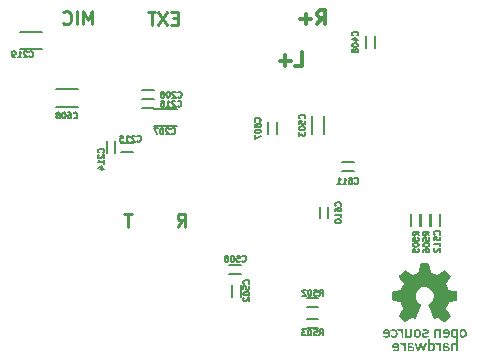
<source format=gbo>
G04 (created by PCBNEW (2013-may-18)-stable) date Tue 15 Oct 2013 04:41:00 PM EDT*
%MOIN*%
G04 Gerber Fmt 3.4, Leading zero omitted, Abs format*
%FSLAX34Y34*%
G01*
G70*
G90*
G04 APERTURE LIST*
%ADD10C,0.00590551*%
%ADD11C,0.011811*%
%ADD12C,0.0108268*%
%ADD13C,0.0001*%
%ADD14C,0.005*%
G04 APERTURE END LIST*
G54D10*
G54D11*
X59146Y-36547D02*
X59371Y-36547D01*
X59371Y-36074D01*
X58988Y-36367D02*
X58628Y-36367D01*
X58808Y-36547D02*
X58808Y-36187D01*
X59874Y-35161D02*
X60031Y-34936D01*
X60144Y-35161D02*
X60144Y-34688D01*
X59964Y-34688D01*
X59919Y-34711D01*
X59896Y-34733D01*
X59874Y-34778D01*
X59874Y-34846D01*
X59896Y-34891D01*
X59919Y-34913D01*
X59964Y-34936D01*
X60144Y-34936D01*
X59671Y-34981D02*
X59311Y-34981D01*
X59491Y-35161D02*
X59491Y-34801D01*
G54D12*
X55225Y-41899D02*
X55370Y-41693D01*
X55473Y-41899D02*
X55473Y-41466D01*
X55308Y-41466D01*
X55267Y-41486D01*
X55246Y-41507D01*
X55225Y-41548D01*
X55225Y-41610D01*
X55246Y-41651D01*
X55267Y-41672D01*
X55308Y-41693D01*
X55473Y-41693D01*
X53683Y-41470D02*
X53436Y-41470D01*
X53559Y-41903D02*
X53559Y-41470D01*
X55220Y-34954D02*
X55075Y-34954D01*
X55013Y-35181D02*
X55220Y-35181D01*
X55220Y-34748D01*
X55013Y-34748D01*
X54869Y-34748D02*
X54580Y-35181D01*
X54580Y-34748D02*
X54869Y-35181D01*
X54477Y-34748D02*
X54230Y-34748D01*
X54353Y-35181D02*
X54353Y-34748D01*
X52362Y-35149D02*
X52362Y-34716D01*
X52217Y-35025D01*
X52073Y-34716D01*
X52073Y-35149D01*
X51867Y-35149D02*
X51867Y-34716D01*
X51413Y-35108D02*
X51433Y-35128D01*
X51495Y-35149D01*
X51537Y-35149D01*
X51598Y-35128D01*
X51640Y-35087D01*
X51660Y-35046D01*
X51681Y-34963D01*
X51681Y-34901D01*
X51660Y-34819D01*
X51640Y-34778D01*
X51598Y-34736D01*
X51537Y-34716D01*
X51495Y-34716D01*
X51433Y-34736D01*
X51413Y-34757D01*
G54D10*
X54449Y-38545D02*
X55197Y-38545D01*
X54449Y-37974D02*
X55197Y-37974D01*
X51165Y-37895D02*
X51913Y-37895D01*
X51165Y-37324D02*
X51913Y-37324D01*
X50714Y-35414D02*
X49966Y-35414D01*
X50714Y-35985D02*
X49966Y-35985D01*
X60106Y-38219D02*
X60106Y-38810D01*
X59693Y-38219D02*
X59693Y-38810D01*
X61792Y-35548D02*
X61792Y-35941D01*
X61497Y-35548D02*
X61497Y-35941D01*
X53147Y-39043D02*
X53147Y-39436D01*
X52852Y-39043D02*
X52852Y-39436D01*
X59952Y-41621D02*
X59952Y-41228D01*
X60247Y-41621D02*
X60247Y-41228D01*
X58542Y-38423D02*
X58542Y-38816D01*
X58247Y-38423D02*
X58247Y-38816D01*
X57022Y-44231D02*
X57022Y-43838D01*
X57317Y-44231D02*
X57317Y-43838D01*
X59911Y-44577D02*
X59518Y-44577D01*
X59911Y-44282D02*
X59518Y-44282D01*
X59916Y-45282D02*
X59523Y-45282D01*
X59916Y-44987D02*
X59523Y-44987D01*
X57321Y-43477D02*
X56928Y-43477D01*
X57321Y-43182D02*
X56928Y-43182D01*
X54441Y-37952D02*
X54048Y-37952D01*
X54441Y-37657D02*
X54048Y-37657D01*
X54441Y-37647D02*
X54048Y-37647D01*
X54441Y-37352D02*
X54048Y-37352D01*
X53726Y-39417D02*
X53333Y-39417D01*
X53726Y-39122D02*
X53333Y-39122D01*
X60693Y-39752D02*
X61086Y-39752D01*
X60693Y-40047D02*
X61086Y-40047D01*
G54D13*
G36*
X64333Y-45452D02*
X64333Y-45495D01*
X64336Y-45527D01*
X64342Y-45549D01*
X64353Y-45566D01*
X64369Y-45580D01*
X64381Y-45588D01*
X64390Y-45591D01*
X64390Y-45448D01*
X64394Y-45415D01*
X64404Y-45388D01*
X64416Y-45373D01*
X64438Y-45363D01*
X64463Y-45365D01*
X64486Y-45376D01*
X64488Y-45378D01*
X64495Y-45392D01*
X64500Y-45416D01*
X64502Y-45445D01*
X64502Y-45474D01*
X64500Y-45499D01*
X64497Y-45509D01*
X64482Y-45530D01*
X64460Y-45541D01*
X64435Y-45540D01*
X64416Y-45531D01*
X64401Y-45510D01*
X64392Y-45481D01*
X64390Y-45448D01*
X64390Y-45591D01*
X64414Y-45600D01*
X64449Y-45598D01*
X64476Y-45588D01*
X64503Y-45574D01*
X64503Y-45684D01*
X64503Y-45794D01*
X64484Y-45779D01*
X64459Y-45767D01*
X64428Y-45763D01*
X64397Y-45768D01*
X64379Y-45775D01*
X64363Y-45786D01*
X64352Y-45798D01*
X64344Y-45815D01*
X64339Y-45837D01*
X64336Y-45868D01*
X64335Y-45910D01*
X64335Y-45942D01*
X64335Y-46057D01*
X64360Y-46057D01*
X64385Y-46057D01*
X64387Y-45958D01*
X64388Y-45918D01*
X64390Y-45890D01*
X64392Y-45871D01*
X64396Y-45858D01*
X64401Y-45849D01*
X64408Y-45841D01*
X64431Y-45825D01*
X64456Y-45823D01*
X64480Y-45835D01*
X64485Y-45840D01*
X64493Y-45848D01*
X64498Y-45857D01*
X64501Y-45868D01*
X64502Y-45886D01*
X64503Y-45914D01*
X64503Y-45952D01*
X64503Y-45957D01*
X64503Y-46057D01*
X64533Y-46057D01*
X64562Y-46057D01*
X64562Y-45683D01*
X64562Y-45309D01*
X64533Y-45309D01*
X64512Y-45311D01*
X64503Y-45317D01*
X64503Y-45319D01*
X64501Y-45324D01*
X64491Y-45322D01*
X64476Y-45315D01*
X64439Y-45303D01*
X64405Y-45305D01*
X64381Y-45316D01*
X64361Y-45329D01*
X64348Y-45344D01*
X64339Y-45363D01*
X64335Y-45389D01*
X64333Y-45426D01*
X64333Y-45452D01*
X64333Y-45452D01*
X64333Y-45452D01*
G37*
G36*
X64056Y-46057D02*
X64085Y-46057D01*
X64105Y-46055D01*
X64114Y-46050D01*
X64115Y-46045D01*
X64115Y-45957D01*
X64115Y-45932D01*
X64157Y-45932D01*
X64192Y-45935D01*
X64217Y-45945D01*
X64230Y-45960D01*
X64232Y-45969D01*
X64225Y-45985D01*
X64208Y-45998D01*
X64183Y-46005D01*
X64173Y-46005D01*
X64151Y-46002D01*
X64131Y-45994D01*
X64131Y-45994D01*
X64118Y-45978D01*
X64115Y-45957D01*
X64115Y-46045D01*
X64116Y-46037D01*
X64121Y-46039D01*
X64128Y-46045D01*
X64146Y-46053D01*
X64173Y-46057D01*
X64203Y-46056D01*
X64232Y-46051D01*
X64251Y-46043D01*
X64274Y-46021D01*
X64287Y-45992D01*
X64289Y-45961D01*
X64279Y-45931D01*
X64261Y-45908D01*
X64249Y-45898D01*
X64237Y-45892D01*
X64221Y-45889D01*
X64196Y-45888D01*
X64177Y-45888D01*
X64115Y-45888D01*
X64115Y-45863D01*
X64117Y-45844D01*
X64123Y-45831D01*
X64124Y-45831D01*
X64148Y-45820D01*
X64177Y-45818D01*
X64206Y-45825D01*
X64225Y-45832D01*
X64237Y-45832D01*
X64251Y-45824D01*
X64255Y-45821D01*
X64269Y-45810D01*
X64271Y-45801D01*
X64268Y-45795D01*
X64246Y-45779D01*
X64215Y-45768D01*
X64178Y-45763D01*
X64141Y-45765D01*
X64108Y-45773D01*
X64103Y-45775D01*
X64086Y-45784D01*
X64074Y-45796D01*
X64066Y-45811D01*
X64061Y-45833D01*
X64058Y-45864D01*
X64056Y-45906D01*
X64056Y-45943D01*
X64056Y-46057D01*
X64056Y-46057D01*
X64056Y-46057D01*
G37*
G36*
X63801Y-45789D02*
X63810Y-45804D01*
X63818Y-45814D01*
X63832Y-45828D01*
X63843Y-45832D01*
X63851Y-45829D01*
X63877Y-45822D01*
X63901Y-45830D01*
X63913Y-45840D01*
X63921Y-45848D01*
X63926Y-45857D01*
X63929Y-45868D01*
X63930Y-45886D01*
X63931Y-45914D01*
X63931Y-45952D01*
X63931Y-45957D01*
X63931Y-46057D01*
X63961Y-46057D01*
X63990Y-46057D01*
X63990Y-45910D01*
X63990Y-45763D01*
X63961Y-45763D01*
X63942Y-45765D01*
X63933Y-45769D01*
X63931Y-45779D01*
X63931Y-45794D01*
X63912Y-45779D01*
X63889Y-45768D01*
X63860Y-45763D01*
X63831Y-45765D01*
X63814Y-45771D01*
X63802Y-45779D01*
X63801Y-45789D01*
X63801Y-45789D01*
X63801Y-45789D01*
G37*
G36*
X63565Y-46057D02*
X63594Y-46057D01*
X63614Y-46055D01*
X63623Y-46049D01*
X63623Y-46048D01*
X63623Y-45932D01*
X63623Y-45899D01*
X63628Y-45868D01*
X63636Y-45845D01*
X63639Y-45841D01*
X63659Y-45825D01*
X63683Y-45822D01*
X63707Y-45831D01*
X63719Y-45842D01*
X63727Y-45855D01*
X63732Y-45868D01*
X63733Y-45888D01*
X63732Y-45917D01*
X63732Y-45920D01*
X63729Y-45955D01*
X63722Y-45978D01*
X63711Y-45991D01*
X63692Y-45997D01*
X63674Y-45998D01*
X63651Y-45995D01*
X63636Y-45983D01*
X63635Y-45982D01*
X63627Y-45961D01*
X63623Y-45932D01*
X63623Y-46048D01*
X63623Y-46045D01*
X63625Y-46038D01*
X63631Y-46040D01*
X63640Y-46045D01*
X63660Y-46053D01*
X63688Y-46056D01*
X63718Y-46055D01*
X63743Y-46048D01*
X63748Y-46046D01*
X63766Y-46033D01*
X63779Y-46016D01*
X63787Y-45992D01*
X63791Y-45958D01*
X63791Y-45914D01*
X63791Y-45900D01*
X63788Y-45814D01*
X63761Y-45789D01*
X63741Y-45773D01*
X63723Y-45765D01*
X63699Y-45763D01*
X63698Y-45763D01*
X63673Y-45766D01*
X63654Y-45771D01*
X63649Y-45774D01*
X63636Y-45783D01*
X63629Y-45785D01*
X63627Y-45778D01*
X63625Y-45760D01*
X63623Y-45734D01*
X63623Y-45716D01*
X63623Y-45646D01*
X63594Y-45646D01*
X63565Y-45646D01*
X63565Y-45851D01*
X63565Y-46057D01*
X63565Y-46057D01*
X63565Y-46057D01*
G37*
G36*
X63119Y-45769D02*
X63119Y-45773D01*
X63122Y-45782D01*
X63129Y-45803D01*
X63139Y-45834D01*
X63151Y-45872D01*
X63164Y-45914D01*
X63166Y-45919D01*
X63209Y-46057D01*
X63236Y-46057D01*
X63246Y-46057D01*
X63255Y-46055D01*
X63261Y-46050D01*
X63268Y-46039D01*
X63275Y-46021D01*
X63283Y-45994D01*
X63294Y-45955D01*
X63301Y-45932D01*
X63309Y-45905D01*
X63316Y-45884D01*
X63321Y-45872D01*
X63322Y-45871D01*
X63326Y-45876D01*
X63333Y-45892D01*
X63342Y-45918D01*
X63352Y-45950D01*
X63356Y-45961D01*
X63384Y-46057D01*
X63412Y-46057D01*
X63430Y-46056D01*
X63440Y-46055D01*
X63440Y-46054D01*
X63442Y-46047D01*
X63448Y-46027D01*
X63457Y-45998D01*
X63469Y-45962D01*
X63482Y-45920D01*
X63484Y-45914D01*
X63498Y-45871D01*
X63509Y-45833D01*
X63519Y-45802D01*
X63525Y-45780D01*
X63528Y-45770D01*
X63528Y-45769D01*
X63522Y-45766D01*
X63505Y-45764D01*
X63497Y-45765D01*
X63467Y-45767D01*
X63439Y-45866D01*
X63429Y-45901D01*
X63420Y-45928D01*
X63413Y-45947D01*
X63409Y-45955D01*
X63408Y-45954D01*
X63404Y-45943D01*
X63397Y-45921D01*
X63387Y-45892D01*
X63376Y-45857D01*
X63376Y-45855D01*
X63364Y-45819D01*
X63356Y-45794D01*
X63349Y-45778D01*
X63342Y-45770D01*
X63335Y-45766D01*
X63325Y-45765D01*
X63325Y-45765D01*
X63302Y-45763D01*
X63271Y-45862D01*
X63258Y-45899D01*
X63248Y-45928D01*
X63240Y-45947D01*
X63235Y-45953D01*
X63234Y-45952D01*
X63230Y-45942D01*
X63224Y-45921D01*
X63215Y-45891D01*
X63206Y-45856D01*
X63205Y-45853D01*
X63181Y-45763D01*
X63148Y-45763D01*
X63127Y-45765D01*
X63119Y-45769D01*
X63119Y-45769D01*
X63119Y-45769D01*
G37*
G36*
X62883Y-46057D02*
X62912Y-46057D01*
X62930Y-46055D01*
X62941Y-46051D01*
X62941Y-46049D01*
X62941Y-45961D01*
X62941Y-45932D01*
X62980Y-45932D01*
X63016Y-45936D01*
X63042Y-45945D01*
X63056Y-45960D01*
X63057Y-45966D01*
X63053Y-45982D01*
X63038Y-45995D01*
X63016Y-46003D01*
X62991Y-46006D01*
X62966Y-46002D01*
X62956Y-45998D01*
X62945Y-45987D01*
X62941Y-45967D01*
X62941Y-45961D01*
X62941Y-46049D01*
X62946Y-46045D01*
X62956Y-46049D01*
X62976Y-46055D01*
X63004Y-46057D01*
X63035Y-46055D01*
X63062Y-46050D01*
X63075Y-46044D01*
X63096Y-46024D01*
X63108Y-45995D01*
X63110Y-45968D01*
X63106Y-45936D01*
X63094Y-45914D01*
X63072Y-45899D01*
X63039Y-45890D01*
X62997Y-45888D01*
X62941Y-45888D01*
X62941Y-45863D01*
X62944Y-45842D01*
X62956Y-45828D01*
X62978Y-45820D01*
X62983Y-45819D01*
X63015Y-45819D01*
X63032Y-45826D01*
X63050Y-45833D01*
X63061Y-45833D01*
X63074Y-45826D01*
X63077Y-45824D01*
X63091Y-45810D01*
X63091Y-45797D01*
X63077Y-45784D01*
X63066Y-45777D01*
X63038Y-45768D01*
X63002Y-45764D01*
X62965Y-45765D01*
X62933Y-45773D01*
X62931Y-45774D01*
X62914Y-45782D01*
X62902Y-45791D01*
X62893Y-45804D01*
X62888Y-45822D01*
X62884Y-45849D01*
X62883Y-45886D01*
X62883Y-45935D01*
X62883Y-45937D01*
X62883Y-46057D01*
X62883Y-46057D01*
X62883Y-46057D01*
G37*
G36*
X62620Y-45782D02*
X62622Y-45789D01*
X62632Y-45802D01*
X62637Y-45809D01*
X62651Y-45825D01*
X62661Y-45831D01*
X62674Y-45828D01*
X62678Y-45827D01*
X62705Y-45823D01*
X62730Y-45831D01*
X62748Y-45850D01*
X62749Y-45851D01*
X62753Y-45869D01*
X62756Y-45900D01*
X62758Y-45943D01*
X62758Y-45963D01*
X62758Y-46057D01*
X62787Y-46057D01*
X62817Y-46057D01*
X62817Y-45910D01*
X62817Y-45763D01*
X62787Y-45763D01*
X62768Y-45765D01*
X62760Y-45770D01*
X62758Y-45778D01*
X62757Y-45787D01*
X62753Y-45788D01*
X62741Y-45782D01*
X62734Y-45778D01*
X62704Y-45767D01*
X62671Y-45764D01*
X62639Y-45771D01*
X62620Y-45782D01*
X62620Y-45782D01*
X62620Y-45782D01*
G37*
G36*
X62375Y-45932D02*
X62439Y-45932D01*
X62439Y-45869D01*
X62447Y-45851D01*
X62459Y-45835D01*
X62473Y-45823D01*
X62475Y-45822D01*
X62502Y-45819D01*
X62528Y-45829D01*
X62547Y-45850D01*
X62548Y-45850D01*
X62555Y-45867D01*
X62557Y-45879D01*
X62556Y-45881D01*
X62547Y-45884D01*
X62528Y-45887D01*
X62503Y-45888D01*
X62477Y-45888D01*
X62455Y-45886D01*
X62441Y-45883D01*
X62439Y-45881D01*
X62439Y-45869D01*
X62439Y-45932D01*
X62468Y-45932D01*
X62562Y-45932D01*
X62557Y-45952D01*
X62543Y-45980D01*
X62521Y-45998D01*
X62493Y-46004D01*
X62461Y-45997D01*
X62451Y-45993D01*
X62423Y-45979D01*
X62403Y-45995D01*
X62390Y-46007D01*
X62384Y-46015D01*
X62384Y-46016D01*
X62389Y-46022D01*
X62403Y-46033D01*
X62411Y-46038D01*
X62443Y-46052D01*
X62480Y-46058D01*
X62518Y-46056D01*
X62551Y-46046D01*
X62560Y-46040D01*
X62586Y-46018D01*
X62603Y-45991D01*
X62612Y-45957D01*
X62615Y-45914D01*
X62610Y-45861D01*
X62597Y-45820D01*
X62574Y-45789D01*
X62542Y-45771D01*
X62502Y-45763D01*
X62498Y-45763D01*
X62456Y-45770D01*
X62422Y-45788D01*
X62397Y-45817D01*
X62382Y-45856D01*
X62378Y-45884D01*
X62375Y-45932D01*
X62375Y-45932D01*
X62375Y-45932D01*
G37*
G36*
X64617Y-45452D02*
X64617Y-45487D01*
X64619Y-45512D01*
X64622Y-45529D01*
X64628Y-45541D01*
X64632Y-45548D01*
X64663Y-45579D01*
X64672Y-45583D01*
X64672Y-45452D01*
X64673Y-45424D01*
X64676Y-45407D01*
X64683Y-45394D01*
X64694Y-45381D01*
X64711Y-45366D01*
X64725Y-45362D01*
X64740Y-45363D01*
X64765Y-45371D01*
X64781Y-45385D01*
X64790Y-45408D01*
X64793Y-45441D01*
X64793Y-45451D01*
X64791Y-45486D01*
X64786Y-45510D01*
X64775Y-45526D01*
X64757Y-45536D01*
X64732Y-45542D01*
X64712Y-45537D01*
X64694Y-45522D01*
X64682Y-45509D01*
X64675Y-45496D01*
X64673Y-45477D01*
X64672Y-45452D01*
X64672Y-45583D01*
X64699Y-45597D01*
X64738Y-45601D01*
X64779Y-45591D01*
X64789Y-45586D01*
X64819Y-45566D01*
X64839Y-45540D01*
X64851Y-45506D01*
X64855Y-45461D01*
X64855Y-45452D01*
X64852Y-45405D01*
X64842Y-45369D01*
X64823Y-45342D01*
X64796Y-45321D01*
X64789Y-45317D01*
X64749Y-45304D01*
X64709Y-45304D01*
X64672Y-45319D01*
X64639Y-45346D01*
X64632Y-45356D01*
X64625Y-45367D01*
X64621Y-45381D01*
X64618Y-45400D01*
X64617Y-45429D01*
X64617Y-45452D01*
X64617Y-45452D01*
X64617Y-45452D01*
G37*
G36*
X64047Y-45477D02*
X64115Y-45477D01*
X64115Y-45410D01*
X64120Y-45393D01*
X64131Y-45377D01*
X64153Y-45363D01*
X64178Y-45360D01*
X64201Y-45369D01*
X64220Y-45386D01*
X64229Y-45406D01*
X64234Y-45426D01*
X64174Y-45426D01*
X64145Y-45426D01*
X64127Y-45424D01*
X64118Y-45421D01*
X64115Y-45416D01*
X64115Y-45410D01*
X64115Y-45477D01*
X64139Y-45477D01*
X64179Y-45478D01*
X64206Y-45479D01*
X64223Y-45481D01*
X64230Y-45487D01*
X64230Y-45495D01*
X64225Y-45507D01*
X64223Y-45509D01*
X64204Y-45532D01*
X64178Y-45543D01*
X64145Y-45541D01*
X64119Y-45531D01*
X64101Y-45524D01*
X64091Y-45523D01*
X64079Y-45531D01*
X64074Y-45536D01*
X64063Y-45550D01*
X64064Y-45562D01*
X64077Y-45574D01*
X64103Y-45588D01*
X64104Y-45588D01*
X64147Y-45600D01*
X64191Y-45598D01*
X64225Y-45586D01*
X64255Y-45563D01*
X64276Y-45529D01*
X64289Y-45488D01*
X64292Y-45441D01*
X64284Y-45391D01*
X64283Y-45386D01*
X64266Y-45351D01*
X64239Y-45324D01*
X64206Y-45308D01*
X64167Y-45303D01*
X64127Y-45311D01*
X64125Y-45312D01*
X64092Y-45331D01*
X64069Y-45360D01*
X64055Y-45400D01*
X64051Y-45430D01*
X64047Y-45477D01*
X64047Y-45477D01*
X64047Y-45477D01*
G37*
G36*
X63362Y-45509D02*
X63367Y-45539D01*
X63383Y-45564D01*
X63409Y-45584D01*
X63442Y-45597D01*
X63481Y-45601D01*
X63524Y-45596D01*
X63535Y-45593D01*
X63565Y-45581D01*
X63599Y-45560D01*
X63608Y-45553D01*
X63606Y-45547D01*
X63596Y-45534D01*
X63591Y-45529D01*
X63570Y-45508D01*
X63550Y-45522D01*
X63525Y-45536D01*
X63495Y-45542D01*
X63467Y-45542D01*
X63442Y-45536D01*
X63426Y-45523D01*
X63425Y-45521D01*
X63423Y-45505D01*
X63433Y-45491D01*
X63453Y-45481D01*
X63480Y-45477D01*
X63509Y-45475D01*
X63537Y-45468D01*
X63542Y-45466D01*
X63569Y-45448D01*
X63586Y-45422D01*
X63592Y-45392D01*
X63586Y-45360D01*
X63572Y-45335D01*
X63548Y-45317D01*
X63516Y-45306D01*
X63478Y-45303D01*
X63438Y-45308D01*
X63400Y-45321D01*
X63396Y-45323D01*
X63367Y-45338D01*
X63383Y-45360D01*
X63397Y-45376D01*
X63409Y-45381D01*
X63426Y-45375D01*
X63433Y-45371D01*
X63457Y-45362D01*
X63484Y-45360D01*
X63508Y-45365D01*
X63523Y-45374D01*
X63532Y-45390D01*
X63527Y-45406D01*
X63515Y-45414D01*
X63501Y-45417D01*
X63478Y-45420D01*
X63458Y-45423D01*
X63421Y-45429D01*
X63396Y-45441D01*
X63378Y-45458D01*
X63369Y-45476D01*
X63362Y-45509D01*
X63362Y-45509D01*
X63362Y-45509D01*
G37*
G36*
X63088Y-45452D02*
X63093Y-45502D01*
X63108Y-45543D01*
X63132Y-45575D01*
X63141Y-45583D01*
X63150Y-45587D01*
X63150Y-45452D01*
X63151Y-45422D01*
X63154Y-45403D01*
X63159Y-45390D01*
X63167Y-45381D01*
X63190Y-45367D01*
X63216Y-45365D01*
X63242Y-45373D01*
X63251Y-45380D01*
X63261Y-45399D01*
X63268Y-45426D01*
X63271Y-45457D01*
X63269Y-45486D01*
X63262Y-45507D01*
X63244Y-45529D01*
X63219Y-45539D01*
X63192Y-45537D01*
X63167Y-45523D01*
X63165Y-45521D01*
X63157Y-45510D01*
X63153Y-45496D01*
X63151Y-45473D01*
X63150Y-45452D01*
X63150Y-45587D01*
X63165Y-45594D01*
X63197Y-45599D01*
X63231Y-45599D01*
X63259Y-45593D01*
X63261Y-45592D01*
X63292Y-45570D01*
X63314Y-45538D01*
X63326Y-45495D01*
X63329Y-45443D01*
X63328Y-45433D01*
X63320Y-45385D01*
X63304Y-45348D01*
X63279Y-45323D01*
X63245Y-45309D01*
X63209Y-45305D01*
X63166Y-45311D01*
X63133Y-45328D01*
X63109Y-45356D01*
X63094Y-45396D01*
X63088Y-45447D01*
X63088Y-45452D01*
X63088Y-45452D01*
X63088Y-45452D01*
G37*
G36*
X62809Y-45595D02*
X62839Y-45595D01*
X62859Y-45593D01*
X62868Y-45587D01*
X62868Y-45584D01*
X62870Y-45578D01*
X62879Y-45580D01*
X62892Y-45587D01*
X62926Y-45600D01*
X62962Y-45598D01*
X62983Y-45591D01*
X63002Y-45581D01*
X63016Y-45568D01*
X63026Y-45551D01*
X63032Y-45526D01*
X63035Y-45491D01*
X63037Y-45445D01*
X63037Y-45421D01*
X63037Y-45309D01*
X63007Y-45309D01*
X62978Y-45309D01*
X62978Y-45407D01*
X62977Y-45454D01*
X62975Y-45489D01*
X62970Y-45513D01*
X62961Y-45528D01*
X62949Y-45536D01*
X62931Y-45539D01*
X62923Y-45539D01*
X62903Y-45537D01*
X62889Y-45531D01*
X62879Y-45519D01*
X62873Y-45499D01*
X62869Y-45468D01*
X62868Y-45425D01*
X62868Y-45407D01*
X62868Y-45309D01*
X62839Y-45309D01*
X62809Y-45309D01*
X62809Y-45452D01*
X62809Y-45595D01*
X62809Y-45595D01*
X62809Y-45595D01*
G37*
G36*
X62314Y-45352D02*
X62335Y-45372D01*
X62349Y-45385D01*
X62359Y-45388D01*
X62368Y-45384D01*
X62401Y-45367D01*
X62432Y-45364D01*
X62458Y-45373D01*
X62478Y-45395D01*
X62490Y-45427D01*
X62492Y-45439D01*
X62491Y-45476D01*
X62480Y-45505D01*
X62462Y-45527D01*
X62439Y-45540D01*
X62412Y-45542D01*
X62386Y-45531D01*
X62375Y-45524D01*
X62359Y-45518D01*
X62340Y-45525D01*
X62326Y-45539D01*
X62321Y-45553D01*
X62328Y-45567D01*
X62345Y-45580D01*
X62369Y-45590D01*
X62397Y-45597D01*
X62428Y-45600D01*
X62457Y-45597D01*
X62468Y-45595D01*
X62499Y-45578D01*
X62524Y-45551D01*
X62542Y-45517D01*
X62551Y-45477D01*
X62552Y-45437D01*
X62545Y-45397D01*
X62529Y-45360D01*
X62503Y-45330D01*
X62502Y-45329D01*
X62470Y-45311D01*
X62432Y-45303D01*
X62392Y-45306D01*
X62355Y-45320D01*
X62335Y-45334D01*
X62314Y-45352D01*
X62314Y-45352D01*
X62314Y-45352D01*
G37*
G36*
X62060Y-45477D02*
X62120Y-45477D01*
X62120Y-45418D01*
X62124Y-45403D01*
X62135Y-45384D01*
X62147Y-45369D01*
X62153Y-45365D01*
X62183Y-45360D01*
X62210Y-45369D01*
X62231Y-45389D01*
X62241Y-45410D01*
X62243Y-45417D01*
X62240Y-45422D01*
X62231Y-45425D01*
X62213Y-45426D01*
X62183Y-45426D01*
X62150Y-45425D01*
X62129Y-45423D01*
X62120Y-45419D01*
X62120Y-45418D01*
X62120Y-45477D01*
X62153Y-45477D01*
X62191Y-45477D01*
X62217Y-45478D01*
X62233Y-45479D01*
X62240Y-45482D01*
X62243Y-45486D01*
X62241Y-45493D01*
X62241Y-45494D01*
X62228Y-45517D01*
X62207Y-45534D01*
X62182Y-45543D01*
X62178Y-45543D01*
X62155Y-45540D01*
X62132Y-45532D01*
X62130Y-45531D01*
X62113Y-45524D01*
X62102Y-45524D01*
X62091Y-45533D01*
X62087Y-45536D01*
X62076Y-45550D01*
X62077Y-45562D01*
X62090Y-45575D01*
X62116Y-45588D01*
X62116Y-45588D01*
X62160Y-45600D01*
X62203Y-45598D01*
X62236Y-45586D01*
X62265Y-45567D01*
X62284Y-45541D01*
X62295Y-45505D01*
X62299Y-45459D01*
X62300Y-45452D01*
X62296Y-45402D01*
X62284Y-45365D01*
X62263Y-45336D01*
X62234Y-45316D01*
X62198Y-45304D01*
X62165Y-45304D01*
X62130Y-45315D01*
X62099Y-45335D01*
X62078Y-45363D01*
X62066Y-45399D01*
X62063Y-45428D01*
X62060Y-45477D01*
X62060Y-45477D01*
X62060Y-45477D01*
G37*
G36*
X63770Y-45595D02*
X63799Y-45595D01*
X63829Y-45595D01*
X63829Y-45497D01*
X63829Y-45450D01*
X63832Y-45417D01*
X63836Y-45394D01*
X63844Y-45378D01*
X63856Y-45369D01*
X63873Y-45364D01*
X63877Y-45363D01*
X63897Y-45363D01*
X63915Y-45372D01*
X63921Y-45377D01*
X63942Y-45395D01*
X63945Y-45495D01*
X63948Y-45595D01*
X63976Y-45595D01*
X64005Y-45595D01*
X64005Y-45452D01*
X64005Y-45309D01*
X63975Y-45309D01*
X63955Y-45311D01*
X63947Y-45316D01*
X63946Y-45320D01*
X63945Y-45328D01*
X63940Y-45329D01*
X63927Y-45323D01*
X63915Y-45316D01*
X63882Y-45304D01*
X63848Y-45304D01*
X63816Y-45316D01*
X63790Y-45339D01*
X63785Y-45347D01*
X63779Y-45358D01*
X63775Y-45370D01*
X63772Y-45387D01*
X63771Y-45411D01*
X63770Y-45444D01*
X63770Y-45483D01*
X63770Y-45595D01*
X63770Y-45595D01*
X63770Y-45595D01*
G37*
G36*
X62545Y-45324D02*
X62564Y-45349D01*
X62577Y-45366D01*
X62585Y-45373D01*
X62593Y-45373D01*
X62606Y-45367D01*
X62607Y-45366D01*
X62631Y-45363D01*
X62655Y-45371D01*
X62673Y-45388D01*
X62676Y-45394D01*
X62680Y-45409D01*
X62683Y-45435D01*
X62684Y-45470D01*
X62685Y-45503D01*
X62685Y-45595D01*
X62714Y-45595D01*
X62743Y-45595D01*
X62743Y-45452D01*
X62743Y-45309D01*
X62714Y-45309D01*
X62694Y-45311D01*
X62685Y-45316D01*
X62685Y-45320D01*
X62683Y-45325D01*
X62674Y-45324D01*
X62657Y-45316D01*
X62622Y-45303D01*
X62588Y-45304D01*
X62567Y-45313D01*
X62545Y-45324D01*
X62545Y-45324D01*
X62545Y-45324D01*
G37*
G36*
X62369Y-44212D02*
X62370Y-44262D01*
X62371Y-44304D01*
X62372Y-44335D01*
X62375Y-44353D01*
X62377Y-44359D01*
X62385Y-44361D01*
X62405Y-44366D01*
X62433Y-44372D01*
X62468Y-44379D01*
X62507Y-44386D01*
X62545Y-44394D01*
X62582Y-44401D01*
X62614Y-44407D01*
X62638Y-44412D01*
X62651Y-44414D01*
X62653Y-44414D01*
X62656Y-44420D01*
X62663Y-44438D01*
X62674Y-44465D01*
X62688Y-44499D01*
X62699Y-44527D01*
X62744Y-44640D01*
X62670Y-44748D01*
X62646Y-44783D01*
X62624Y-44815D01*
X62607Y-44841D01*
X62596Y-44859D01*
X62591Y-44867D01*
X62595Y-44876D01*
X62610Y-44895D01*
X62635Y-44924D01*
X62671Y-44961D01*
X62689Y-44979D01*
X62721Y-45011D01*
X62749Y-45038D01*
X62772Y-45060D01*
X62788Y-45075D01*
X62796Y-45081D01*
X62797Y-45081D01*
X62804Y-45077D01*
X62822Y-45066D01*
X62848Y-45050D01*
X62879Y-45028D01*
X62914Y-45005D01*
X63025Y-44929D01*
X63082Y-44957D01*
X63139Y-44986D01*
X63147Y-44970D01*
X63153Y-44957D01*
X63164Y-44934D01*
X63178Y-44901D01*
X63194Y-44862D01*
X63213Y-44817D01*
X63232Y-44769D01*
X63253Y-44720D01*
X63272Y-44672D01*
X63291Y-44627D01*
X63307Y-44586D01*
X63321Y-44551D01*
X63331Y-44525D01*
X63336Y-44510D01*
X63337Y-44506D01*
X63332Y-44498D01*
X63317Y-44485D01*
X63296Y-44469D01*
X63293Y-44467D01*
X63240Y-44421D01*
X63200Y-44371D01*
X63174Y-44315D01*
X63160Y-44251D01*
X63158Y-44216D01*
X63161Y-44160D01*
X63173Y-44112D01*
X63194Y-44067D01*
X63216Y-44034D01*
X63257Y-43989D01*
X63308Y-43953D01*
X63364Y-43927D01*
X63423Y-43913D01*
X63482Y-43912D01*
X63503Y-43915D01*
X63565Y-43933D01*
X63623Y-43964D01*
X63672Y-44005D01*
X63674Y-44007D01*
X63715Y-44060D01*
X63743Y-44117D01*
X63757Y-44177D01*
X63759Y-44237D01*
X63748Y-44297D01*
X63724Y-44354D01*
X63687Y-44407D01*
X63638Y-44454D01*
X63627Y-44463D01*
X63604Y-44480D01*
X63588Y-44496D01*
X63580Y-44507D01*
X63579Y-44509D01*
X63582Y-44518D01*
X63590Y-44539D01*
X63601Y-44569D01*
X63617Y-44607D01*
X63634Y-44651D01*
X63653Y-44698D01*
X63674Y-44748D01*
X63694Y-44797D01*
X63713Y-44843D01*
X63731Y-44886D01*
X63747Y-44923D01*
X63760Y-44952D01*
X63768Y-44970D01*
X63772Y-44977D01*
X63779Y-44980D01*
X63791Y-44977D01*
X63812Y-44968D01*
X63833Y-44957D01*
X63887Y-44927D01*
X64000Y-45004D01*
X64036Y-45029D01*
X64069Y-45050D01*
X64094Y-45066D01*
X64112Y-45077D01*
X64120Y-45081D01*
X64120Y-45081D01*
X64127Y-45076D01*
X64142Y-45063D01*
X64164Y-45041D01*
X64192Y-45015D01*
X64223Y-44984D01*
X64227Y-44981D01*
X64258Y-44949D01*
X64285Y-44921D01*
X64307Y-44898D01*
X64321Y-44882D01*
X64327Y-44874D01*
X64327Y-44874D01*
X64324Y-44866D01*
X64312Y-44848D01*
X64296Y-44823D01*
X64274Y-44791D01*
X64250Y-44755D01*
X64249Y-44754D01*
X64171Y-44640D01*
X64214Y-44532D01*
X64228Y-44495D01*
X64242Y-44463D01*
X64252Y-44438D01*
X64259Y-44423D01*
X64261Y-44419D01*
X64269Y-44417D01*
X64289Y-44412D01*
X64317Y-44406D01*
X64352Y-44398D01*
X64390Y-44390D01*
X64429Y-44383D01*
X64465Y-44375D01*
X64498Y-44369D01*
X64522Y-44365D01*
X64537Y-44363D01*
X64538Y-44363D01*
X64539Y-44356D01*
X64539Y-44336D01*
X64540Y-44306D01*
X64540Y-44269D01*
X64540Y-44225D01*
X64540Y-44212D01*
X64540Y-44162D01*
X64540Y-44124D01*
X64539Y-44097D01*
X64538Y-44079D01*
X64536Y-44068D01*
X64533Y-44063D01*
X64528Y-44060D01*
X64524Y-44059D01*
X64511Y-44056D01*
X64487Y-44051D01*
X64454Y-44045D01*
X64415Y-44038D01*
X64382Y-44032D01*
X64342Y-44025D01*
X64306Y-44018D01*
X64279Y-44012D01*
X64261Y-44009D01*
X64256Y-44007D01*
X64252Y-44000D01*
X64244Y-43982D01*
X64232Y-43956D01*
X64219Y-43925D01*
X64205Y-43892D01*
X64191Y-43860D01*
X64180Y-43832D01*
X64171Y-43810D01*
X64166Y-43798D01*
X64166Y-43796D01*
X64170Y-43789D01*
X64181Y-43771D01*
X64198Y-43745D01*
X64220Y-43713D01*
X64244Y-43677D01*
X64247Y-43673D01*
X64272Y-43637D01*
X64294Y-43605D01*
X64311Y-43578D01*
X64323Y-43560D01*
X64327Y-43551D01*
X64327Y-43551D01*
X64322Y-43544D01*
X64309Y-43528D01*
X64288Y-43507D01*
X64263Y-43481D01*
X64235Y-43453D01*
X64206Y-43424D01*
X64179Y-43397D01*
X64154Y-43374D01*
X64134Y-43356D01*
X64122Y-43345D01*
X64118Y-43343D01*
X64110Y-43347D01*
X64092Y-43358D01*
X64066Y-43375D01*
X64034Y-43397D01*
X63997Y-43422D01*
X63994Y-43424D01*
X63957Y-43449D01*
X63924Y-43471D01*
X63897Y-43488D01*
X63878Y-43500D01*
X63868Y-43505D01*
X63868Y-43505D01*
X63857Y-43502D01*
X63835Y-43494D01*
X63807Y-43483D01*
X63775Y-43470D01*
X63742Y-43457D01*
X63712Y-43443D01*
X63688Y-43432D01*
X63673Y-43424D01*
X63670Y-43422D01*
X63666Y-43413D01*
X63661Y-43393D01*
X63654Y-43363D01*
X63646Y-43327D01*
X63638Y-43288D01*
X63629Y-43248D01*
X63622Y-43209D01*
X63615Y-43175D01*
X63611Y-43149D01*
X63609Y-43132D01*
X63609Y-43130D01*
X63602Y-43128D01*
X63582Y-43126D01*
X63552Y-43125D01*
X63513Y-43124D01*
X63467Y-43123D01*
X63459Y-43123D01*
X63409Y-43123D01*
X63371Y-43124D01*
X63345Y-43124D01*
X63326Y-43126D01*
X63316Y-43128D01*
X63310Y-43131D01*
X63307Y-43135D01*
X63306Y-43140D01*
X63303Y-43152D01*
X63299Y-43176D01*
X63292Y-43209D01*
X63285Y-43249D01*
X63278Y-43285D01*
X63270Y-43327D01*
X63262Y-43364D01*
X63256Y-43394D01*
X63250Y-43414D01*
X63247Y-43422D01*
X63237Y-43428D01*
X63217Y-43437D01*
X63189Y-43450D01*
X63158Y-43463D01*
X63125Y-43477D01*
X63095Y-43489D01*
X63069Y-43498D01*
X63052Y-43504D01*
X63048Y-43505D01*
X63039Y-43501D01*
X63021Y-43490D01*
X62994Y-43473D01*
X62962Y-43451D01*
X62925Y-43427D01*
X62921Y-43424D01*
X62884Y-43399D01*
X62851Y-43377D01*
X62825Y-43360D01*
X62806Y-43348D01*
X62797Y-43343D01*
X62797Y-43343D01*
X62790Y-43348D01*
X62775Y-43362D01*
X62752Y-43383D01*
X62725Y-43410D01*
X62693Y-43441D01*
X62688Y-43446D01*
X62653Y-43481D01*
X62628Y-43508D01*
X62610Y-43527D01*
X62599Y-43540D01*
X62593Y-43550D01*
X62592Y-43557D01*
X62594Y-43563D01*
X62597Y-43567D01*
X62604Y-43579D01*
X62619Y-43601D01*
X62638Y-43630D01*
X62661Y-43664D01*
X62680Y-43691D01*
X62752Y-43796D01*
X62710Y-43894D01*
X62695Y-43930D01*
X62681Y-43961D01*
X62670Y-43985D01*
X62663Y-43999D01*
X62662Y-44001D01*
X62652Y-44005D01*
X62631Y-44011D01*
X62601Y-44018D01*
X62563Y-44026D01*
X62529Y-44032D01*
X62486Y-44040D01*
X62448Y-44048D01*
X62417Y-44055D01*
X62395Y-44060D01*
X62386Y-44062D01*
X62380Y-44065D01*
X62376Y-44069D01*
X62373Y-44077D01*
X62371Y-44090D01*
X62370Y-44111D01*
X62369Y-44141D01*
X62369Y-44183D01*
X62369Y-44212D01*
X62369Y-44212D01*
X62369Y-44212D01*
G37*
G54D10*
X63008Y-41864D02*
X63008Y-41471D01*
X63303Y-41864D02*
X63303Y-41471D01*
X63643Y-41471D02*
X63643Y-41864D01*
X63348Y-41471D02*
X63348Y-41864D01*
X63973Y-41471D02*
X63973Y-41864D01*
X63678Y-41471D02*
X63678Y-41864D01*
G54D14*
X55015Y-38797D02*
X55025Y-38807D01*
X55053Y-38816D01*
X55072Y-38816D01*
X55101Y-38807D01*
X55120Y-38788D01*
X55130Y-38769D01*
X55139Y-38731D01*
X55139Y-38702D01*
X55130Y-38664D01*
X55120Y-38645D01*
X55101Y-38626D01*
X55072Y-38616D01*
X55053Y-38616D01*
X55025Y-38626D01*
X55015Y-38636D01*
X54939Y-38636D02*
X54930Y-38626D01*
X54911Y-38616D01*
X54863Y-38616D01*
X54844Y-38626D01*
X54834Y-38636D01*
X54825Y-38655D01*
X54825Y-38674D01*
X54834Y-38702D01*
X54949Y-38816D01*
X54825Y-38816D01*
X54701Y-38616D02*
X54682Y-38616D01*
X54663Y-38626D01*
X54653Y-38636D01*
X54644Y-38655D01*
X54634Y-38693D01*
X54634Y-38740D01*
X54644Y-38778D01*
X54653Y-38797D01*
X54663Y-38807D01*
X54682Y-38816D01*
X54701Y-38816D01*
X54720Y-38807D01*
X54730Y-38797D01*
X54739Y-38778D01*
X54749Y-38740D01*
X54749Y-38693D01*
X54739Y-38655D01*
X54730Y-38636D01*
X54720Y-38626D01*
X54701Y-38616D01*
X54568Y-38616D02*
X54434Y-38616D01*
X54520Y-38816D01*
X51753Y-38272D02*
X51763Y-38281D01*
X51791Y-38291D01*
X51810Y-38291D01*
X51839Y-38281D01*
X51858Y-38262D01*
X51868Y-38243D01*
X51877Y-38205D01*
X51877Y-38177D01*
X51868Y-38138D01*
X51858Y-38119D01*
X51839Y-38100D01*
X51810Y-38091D01*
X51791Y-38091D01*
X51763Y-38100D01*
X51753Y-38110D01*
X51582Y-38091D02*
X51620Y-38091D01*
X51639Y-38100D01*
X51649Y-38110D01*
X51668Y-38138D01*
X51677Y-38177D01*
X51677Y-38253D01*
X51668Y-38272D01*
X51658Y-38281D01*
X51639Y-38291D01*
X51601Y-38291D01*
X51582Y-38281D01*
X51572Y-38272D01*
X51563Y-38253D01*
X51563Y-38205D01*
X51572Y-38186D01*
X51582Y-38177D01*
X51601Y-38167D01*
X51639Y-38167D01*
X51658Y-38177D01*
X51668Y-38186D01*
X51677Y-38205D01*
X51439Y-38091D02*
X51420Y-38091D01*
X51401Y-38100D01*
X51391Y-38110D01*
X51382Y-38129D01*
X51372Y-38167D01*
X51372Y-38215D01*
X51382Y-38253D01*
X51391Y-38272D01*
X51401Y-38281D01*
X51420Y-38291D01*
X51439Y-38291D01*
X51458Y-38281D01*
X51468Y-38272D01*
X51477Y-38253D01*
X51487Y-38215D01*
X51487Y-38167D01*
X51477Y-38129D01*
X51468Y-38110D01*
X51458Y-38100D01*
X51439Y-38091D01*
X51258Y-38177D02*
X51277Y-38167D01*
X51287Y-38158D01*
X51296Y-38138D01*
X51296Y-38129D01*
X51287Y-38110D01*
X51277Y-38100D01*
X51258Y-38091D01*
X51220Y-38091D01*
X51201Y-38100D01*
X51191Y-38110D01*
X51182Y-38129D01*
X51182Y-38138D01*
X51191Y-38158D01*
X51201Y-38167D01*
X51220Y-38177D01*
X51258Y-38177D01*
X51277Y-38186D01*
X51287Y-38196D01*
X51296Y-38215D01*
X51296Y-38253D01*
X51287Y-38272D01*
X51277Y-38281D01*
X51258Y-38291D01*
X51220Y-38291D01*
X51201Y-38281D01*
X51191Y-38272D01*
X51182Y-38253D01*
X51182Y-38215D01*
X51191Y-38196D01*
X51201Y-38186D01*
X51220Y-38177D01*
X50275Y-36225D02*
X50285Y-36235D01*
X50313Y-36244D01*
X50332Y-36244D01*
X50361Y-36235D01*
X50380Y-36216D01*
X50390Y-36197D01*
X50399Y-36159D01*
X50399Y-36130D01*
X50390Y-36092D01*
X50380Y-36073D01*
X50361Y-36054D01*
X50332Y-36044D01*
X50313Y-36044D01*
X50285Y-36054D01*
X50275Y-36064D01*
X50199Y-36064D02*
X50190Y-36054D01*
X50171Y-36044D01*
X50123Y-36044D01*
X50104Y-36054D01*
X50094Y-36064D01*
X50085Y-36083D01*
X50085Y-36102D01*
X50094Y-36130D01*
X50209Y-36244D01*
X50085Y-36244D01*
X49894Y-36244D02*
X50009Y-36244D01*
X49952Y-36244D02*
X49952Y-36044D01*
X49971Y-36073D01*
X49990Y-36092D01*
X50009Y-36102D01*
X49799Y-36244D02*
X49761Y-36244D01*
X49742Y-36235D01*
X49732Y-36225D01*
X49713Y-36197D01*
X49704Y-36159D01*
X49704Y-36083D01*
X49713Y-36064D01*
X49723Y-36054D01*
X49742Y-36044D01*
X49780Y-36044D01*
X49799Y-36054D01*
X49809Y-36064D01*
X49818Y-36083D01*
X49818Y-36130D01*
X49809Y-36149D01*
X49799Y-36159D01*
X49780Y-36168D01*
X49742Y-36168D01*
X49723Y-36159D01*
X49713Y-36149D01*
X49704Y-36130D01*
X59450Y-38291D02*
X59459Y-38281D01*
X59469Y-38253D01*
X59469Y-38234D01*
X59459Y-38205D01*
X59440Y-38186D01*
X59421Y-38176D01*
X59383Y-38167D01*
X59354Y-38167D01*
X59316Y-38176D01*
X59297Y-38186D01*
X59278Y-38205D01*
X59269Y-38234D01*
X59269Y-38253D01*
X59278Y-38281D01*
X59288Y-38291D01*
X59269Y-38472D02*
X59269Y-38376D01*
X59364Y-38367D01*
X59354Y-38376D01*
X59345Y-38395D01*
X59345Y-38443D01*
X59354Y-38462D01*
X59364Y-38472D01*
X59383Y-38481D01*
X59431Y-38481D01*
X59450Y-38472D01*
X59459Y-38462D01*
X59469Y-38443D01*
X59469Y-38395D01*
X59459Y-38376D01*
X59450Y-38367D01*
X59269Y-38605D02*
X59269Y-38624D01*
X59278Y-38643D01*
X59288Y-38653D01*
X59307Y-38662D01*
X59345Y-38672D01*
X59392Y-38672D01*
X59431Y-38662D01*
X59450Y-38653D01*
X59459Y-38643D01*
X59469Y-38624D01*
X59469Y-38605D01*
X59459Y-38586D01*
X59450Y-38576D01*
X59431Y-38567D01*
X59392Y-38557D01*
X59345Y-38557D01*
X59307Y-38567D01*
X59288Y-38576D01*
X59278Y-38586D01*
X59269Y-38605D01*
X59269Y-38738D02*
X59269Y-38862D01*
X59345Y-38795D01*
X59345Y-38824D01*
X59354Y-38843D01*
X59364Y-38853D01*
X59383Y-38862D01*
X59431Y-38862D01*
X59450Y-38853D01*
X59459Y-38843D01*
X59469Y-38824D01*
X59469Y-38767D01*
X59459Y-38748D01*
X59450Y-38738D01*
X61214Y-35521D02*
X61224Y-35511D01*
X61233Y-35483D01*
X61233Y-35464D01*
X61224Y-35435D01*
X61205Y-35416D01*
X61186Y-35406D01*
X61148Y-35397D01*
X61119Y-35397D01*
X61081Y-35406D01*
X61062Y-35416D01*
X61043Y-35435D01*
X61033Y-35464D01*
X61033Y-35483D01*
X61043Y-35511D01*
X61052Y-35521D01*
X61100Y-35692D02*
X61233Y-35692D01*
X61024Y-35644D02*
X61167Y-35597D01*
X61167Y-35721D01*
X61033Y-35835D02*
X61033Y-35854D01*
X61043Y-35873D01*
X61052Y-35883D01*
X61071Y-35892D01*
X61110Y-35902D01*
X61157Y-35902D01*
X61195Y-35892D01*
X61214Y-35883D01*
X61224Y-35873D01*
X61233Y-35854D01*
X61233Y-35835D01*
X61224Y-35816D01*
X61214Y-35806D01*
X61195Y-35797D01*
X61157Y-35787D01*
X61110Y-35787D01*
X61071Y-35797D01*
X61052Y-35806D01*
X61043Y-35816D01*
X61033Y-35835D01*
X61119Y-36016D02*
X61110Y-35997D01*
X61100Y-35987D01*
X61081Y-35978D01*
X61071Y-35978D01*
X61052Y-35987D01*
X61043Y-35997D01*
X61033Y-36016D01*
X61033Y-36054D01*
X61043Y-36073D01*
X61052Y-36083D01*
X61071Y-36092D01*
X61081Y-36092D01*
X61100Y-36083D01*
X61110Y-36073D01*
X61119Y-36054D01*
X61119Y-36016D01*
X61129Y-35997D01*
X61138Y-35987D01*
X61157Y-35978D01*
X61195Y-35978D01*
X61214Y-35987D01*
X61224Y-35997D01*
X61233Y-36016D01*
X61233Y-36054D01*
X61224Y-36073D01*
X61214Y-36083D01*
X61195Y-36092D01*
X61157Y-36092D01*
X61138Y-36083D01*
X61129Y-36073D01*
X61119Y-36054D01*
X52747Y-39424D02*
X52757Y-39414D01*
X52766Y-39386D01*
X52766Y-39367D01*
X52757Y-39338D01*
X52738Y-39319D01*
X52719Y-39309D01*
X52681Y-39300D01*
X52652Y-39300D01*
X52614Y-39309D01*
X52595Y-39319D01*
X52576Y-39338D01*
X52566Y-39367D01*
X52566Y-39386D01*
X52576Y-39414D01*
X52586Y-39424D01*
X52586Y-39500D02*
X52576Y-39509D01*
X52566Y-39528D01*
X52566Y-39576D01*
X52576Y-39595D01*
X52586Y-39605D01*
X52605Y-39614D01*
X52624Y-39614D01*
X52652Y-39605D01*
X52766Y-39490D01*
X52766Y-39614D01*
X52766Y-39805D02*
X52766Y-39690D01*
X52766Y-39748D02*
X52566Y-39748D01*
X52595Y-39728D01*
X52614Y-39709D01*
X52624Y-39690D01*
X52633Y-39976D02*
X52766Y-39976D01*
X52557Y-39928D02*
X52700Y-39881D01*
X52700Y-40005D01*
X60654Y-41201D02*
X60663Y-41191D01*
X60673Y-41163D01*
X60673Y-41144D01*
X60663Y-41115D01*
X60644Y-41096D01*
X60625Y-41086D01*
X60587Y-41077D01*
X60558Y-41077D01*
X60520Y-41086D01*
X60501Y-41096D01*
X60482Y-41115D01*
X60473Y-41144D01*
X60473Y-41163D01*
X60482Y-41191D01*
X60492Y-41201D01*
X60473Y-41372D02*
X60473Y-41334D01*
X60482Y-41315D01*
X60492Y-41305D01*
X60520Y-41286D01*
X60558Y-41277D01*
X60634Y-41277D01*
X60654Y-41286D01*
X60663Y-41296D01*
X60673Y-41315D01*
X60673Y-41353D01*
X60663Y-41372D01*
X60654Y-41382D01*
X60634Y-41391D01*
X60587Y-41391D01*
X60568Y-41382D01*
X60558Y-41372D01*
X60549Y-41353D01*
X60549Y-41315D01*
X60558Y-41296D01*
X60568Y-41286D01*
X60587Y-41277D01*
X60673Y-41582D02*
X60673Y-41467D01*
X60673Y-41525D02*
X60473Y-41525D01*
X60501Y-41505D01*
X60520Y-41486D01*
X60530Y-41467D01*
X60473Y-41705D02*
X60473Y-41725D01*
X60482Y-41744D01*
X60492Y-41753D01*
X60511Y-41763D01*
X60549Y-41772D01*
X60596Y-41772D01*
X60634Y-41763D01*
X60654Y-41753D01*
X60663Y-41744D01*
X60673Y-41725D01*
X60673Y-41705D01*
X60663Y-41686D01*
X60654Y-41677D01*
X60634Y-41667D01*
X60596Y-41658D01*
X60549Y-41658D01*
X60511Y-41667D01*
X60492Y-41677D01*
X60482Y-41686D01*
X60473Y-41705D01*
X57964Y-38396D02*
X57974Y-38386D01*
X57983Y-38358D01*
X57983Y-38339D01*
X57974Y-38310D01*
X57955Y-38291D01*
X57936Y-38281D01*
X57898Y-38272D01*
X57869Y-38272D01*
X57831Y-38281D01*
X57812Y-38291D01*
X57793Y-38310D01*
X57783Y-38339D01*
X57783Y-38358D01*
X57793Y-38386D01*
X57802Y-38396D01*
X57783Y-38567D02*
X57783Y-38529D01*
X57793Y-38510D01*
X57802Y-38500D01*
X57831Y-38481D01*
X57869Y-38472D01*
X57945Y-38472D01*
X57964Y-38481D01*
X57974Y-38491D01*
X57983Y-38510D01*
X57983Y-38548D01*
X57974Y-38567D01*
X57964Y-38577D01*
X57945Y-38586D01*
X57898Y-38586D01*
X57879Y-38577D01*
X57869Y-38567D01*
X57860Y-38548D01*
X57860Y-38510D01*
X57869Y-38491D01*
X57879Y-38481D01*
X57898Y-38472D01*
X57783Y-38710D02*
X57783Y-38729D01*
X57793Y-38748D01*
X57802Y-38758D01*
X57821Y-38767D01*
X57860Y-38777D01*
X57907Y-38777D01*
X57945Y-38767D01*
X57964Y-38758D01*
X57974Y-38748D01*
X57983Y-38729D01*
X57983Y-38710D01*
X57974Y-38691D01*
X57964Y-38681D01*
X57945Y-38672D01*
X57907Y-38662D01*
X57860Y-38662D01*
X57821Y-38672D01*
X57802Y-38681D01*
X57793Y-38691D01*
X57783Y-38710D01*
X57783Y-38843D02*
X57783Y-38977D01*
X57983Y-38891D01*
X57596Y-43806D02*
X57606Y-43796D01*
X57615Y-43768D01*
X57615Y-43749D01*
X57606Y-43720D01*
X57587Y-43701D01*
X57568Y-43691D01*
X57530Y-43682D01*
X57501Y-43682D01*
X57463Y-43691D01*
X57444Y-43701D01*
X57425Y-43720D01*
X57415Y-43749D01*
X57415Y-43768D01*
X57425Y-43796D01*
X57435Y-43806D01*
X57415Y-43987D02*
X57415Y-43891D01*
X57511Y-43882D01*
X57501Y-43891D01*
X57492Y-43910D01*
X57492Y-43958D01*
X57501Y-43977D01*
X57511Y-43987D01*
X57530Y-43996D01*
X57577Y-43996D01*
X57596Y-43987D01*
X57606Y-43977D01*
X57615Y-43958D01*
X57615Y-43910D01*
X57606Y-43891D01*
X57596Y-43882D01*
X57415Y-44120D02*
X57415Y-44139D01*
X57425Y-44158D01*
X57435Y-44168D01*
X57454Y-44177D01*
X57492Y-44187D01*
X57539Y-44187D01*
X57577Y-44177D01*
X57596Y-44168D01*
X57606Y-44158D01*
X57615Y-44139D01*
X57615Y-44120D01*
X57606Y-44101D01*
X57596Y-44091D01*
X57577Y-44082D01*
X57539Y-44072D01*
X57492Y-44072D01*
X57454Y-44082D01*
X57435Y-44091D01*
X57425Y-44101D01*
X57415Y-44120D01*
X57435Y-44263D02*
X57425Y-44272D01*
X57415Y-44291D01*
X57415Y-44339D01*
X57425Y-44358D01*
X57435Y-44368D01*
X57454Y-44377D01*
X57473Y-44377D01*
X57501Y-44368D01*
X57615Y-44253D01*
X57615Y-44377D01*
X59948Y-44195D02*
X60015Y-44100D01*
X60063Y-44195D02*
X60063Y-43995D01*
X59986Y-43995D01*
X59967Y-44005D01*
X59958Y-44015D01*
X59948Y-44034D01*
X59948Y-44062D01*
X59958Y-44081D01*
X59967Y-44091D01*
X59986Y-44100D01*
X60063Y-44100D01*
X59767Y-43995D02*
X59863Y-43995D01*
X59872Y-44091D01*
X59863Y-44081D01*
X59844Y-44072D01*
X59796Y-44072D01*
X59777Y-44081D01*
X59767Y-44091D01*
X59758Y-44110D01*
X59758Y-44157D01*
X59767Y-44176D01*
X59777Y-44186D01*
X59796Y-44195D01*
X59844Y-44195D01*
X59863Y-44186D01*
X59872Y-44176D01*
X59634Y-43995D02*
X59615Y-43995D01*
X59596Y-44005D01*
X59586Y-44015D01*
X59577Y-44034D01*
X59567Y-44072D01*
X59567Y-44119D01*
X59577Y-44157D01*
X59586Y-44176D01*
X59596Y-44186D01*
X59615Y-44195D01*
X59634Y-44195D01*
X59653Y-44186D01*
X59663Y-44176D01*
X59672Y-44157D01*
X59682Y-44119D01*
X59682Y-44072D01*
X59672Y-44034D01*
X59663Y-44015D01*
X59653Y-44005D01*
X59634Y-43995D01*
X59491Y-44015D02*
X59482Y-44005D01*
X59463Y-43995D01*
X59415Y-43995D01*
X59396Y-44005D01*
X59386Y-44015D01*
X59377Y-44034D01*
X59377Y-44053D01*
X59386Y-44081D01*
X59501Y-44195D01*
X59377Y-44195D01*
X59943Y-45525D02*
X60010Y-45430D01*
X60058Y-45525D02*
X60058Y-45325D01*
X59981Y-45325D01*
X59962Y-45335D01*
X59953Y-45345D01*
X59943Y-45364D01*
X59943Y-45392D01*
X59953Y-45411D01*
X59962Y-45421D01*
X59981Y-45430D01*
X60058Y-45430D01*
X59762Y-45325D02*
X59858Y-45325D01*
X59867Y-45421D01*
X59858Y-45411D01*
X59839Y-45402D01*
X59791Y-45402D01*
X59772Y-45411D01*
X59762Y-45421D01*
X59753Y-45440D01*
X59753Y-45487D01*
X59762Y-45506D01*
X59772Y-45516D01*
X59791Y-45525D01*
X59839Y-45525D01*
X59858Y-45516D01*
X59867Y-45506D01*
X59629Y-45325D02*
X59610Y-45325D01*
X59591Y-45335D01*
X59581Y-45345D01*
X59572Y-45364D01*
X59562Y-45402D01*
X59562Y-45449D01*
X59572Y-45487D01*
X59581Y-45506D01*
X59591Y-45516D01*
X59610Y-45525D01*
X59629Y-45525D01*
X59648Y-45516D01*
X59658Y-45506D01*
X59667Y-45487D01*
X59677Y-45449D01*
X59677Y-45402D01*
X59667Y-45364D01*
X59658Y-45345D01*
X59648Y-45335D01*
X59629Y-45325D01*
X59496Y-45325D02*
X59372Y-45325D01*
X59439Y-45402D01*
X59410Y-45402D01*
X59391Y-45411D01*
X59381Y-45421D01*
X59372Y-45440D01*
X59372Y-45487D01*
X59381Y-45506D01*
X59391Y-45516D01*
X59410Y-45525D01*
X59467Y-45525D01*
X59486Y-45516D01*
X59496Y-45506D01*
X57368Y-43046D02*
X57378Y-43056D01*
X57406Y-43065D01*
X57425Y-43065D01*
X57454Y-43056D01*
X57473Y-43037D01*
X57483Y-43018D01*
X57492Y-42980D01*
X57492Y-42951D01*
X57483Y-42913D01*
X57473Y-42894D01*
X57454Y-42875D01*
X57425Y-42865D01*
X57406Y-42865D01*
X57378Y-42875D01*
X57368Y-42885D01*
X57187Y-42865D02*
X57283Y-42865D01*
X57292Y-42961D01*
X57283Y-42951D01*
X57264Y-42942D01*
X57216Y-42942D01*
X57197Y-42951D01*
X57187Y-42961D01*
X57178Y-42980D01*
X57178Y-43027D01*
X57187Y-43046D01*
X57197Y-43056D01*
X57216Y-43065D01*
X57264Y-43065D01*
X57283Y-43056D01*
X57292Y-43046D01*
X57054Y-42865D02*
X57035Y-42865D01*
X57016Y-42875D01*
X57006Y-42885D01*
X56997Y-42904D01*
X56987Y-42942D01*
X56987Y-42989D01*
X56997Y-43027D01*
X57006Y-43046D01*
X57016Y-43056D01*
X57035Y-43065D01*
X57054Y-43065D01*
X57073Y-43056D01*
X57083Y-43046D01*
X57092Y-43027D01*
X57102Y-42989D01*
X57102Y-42942D01*
X57092Y-42904D01*
X57083Y-42885D01*
X57073Y-42875D01*
X57054Y-42865D01*
X56873Y-42951D02*
X56892Y-42942D01*
X56902Y-42932D01*
X56911Y-42913D01*
X56911Y-42904D01*
X56902Y-42885D01*
X56892Y-42875D01*
X56873Y-42865D01*
X56835Y-42865D01*
X56816Y-42875D01*
X56806Y-42885D01*
X56797Y-42904D01*
X56797Y-42913D01*
X56806Y-42932D01*
X56816Y-42942D01*
X56835Y-42951D01*
X56873Y-42951D01*
X56892Y-42961D01*
X56902Y-42970D01*
X56911Y-42989D01*
X56911Y-43027D01*
X56902Y-43046D01*
X56892Y-43056D01*
X56873Y-43065D01*
X56835Y-43065D01*
X56816Y-43056D01*
X56806Y-43046D01*
X56797Y-43027D01*
X56797Y-42989D01*
X56806Y-42970D01*
X56816Y-42961D01*
X56835Y-42951D01*
X55223Y-37877D02*
X55233Y-37887D01*
X55261Y-37896D01*
X55280Y-37896D01*
X55309Y-37887D01*
X55328Y-37868D01*
X55338Y-37849D01*
X55347Y-37811D01*
X55347Y-37782D01*
X55338Y-37744D01*
X55328Y-37725D01*
X55309Y-37706D01*
X55280Y-37696D01*
X55261Y-37696D01*
X55233Y-37706D01*
X55223Y-37716D01*
X55147Y-37716D02*
X55138Y-37706D01*
X55119Y-37696D01*
X55071Y-37696D01*
X55052Y-37706D01*
X55042Y-37716D01*
X55033Y-37735D01*
X55033Y-37754D01*
X55042Y-37782D01*
X55157Y-37896D01*
X55033Y-37896D01*
X54842Y-37896D02*
X54957Y-37896D01*
X54900Y-37896D02*
X54900Y-37696D01*
X54919Y-37725D01*
X54938Y-37744D01*
X54957Y-37754D01*
X54671Y-37696D02*
X54709Y-37696D01*
X54728Y-37706D01*
X54738Y-37716D01*
X54757Y-37744D01*
X54766Y-37782D01*
X54766Y-37858D01*
X54757Y-37877D01*
X54747Y-37887D01*
X54728Y-37896D01*
X54690Y-37896D01*
X54671Y-37887D01*
X54661Y-37877D01*
X54652Y-37858D01*
X54652Y-37811D01*
X54661Y-37792D01*
X54671Y-37782D01*
X54690Y-37773D01*
X54728Y-37773D01*
X54747Y-37782D01*
X54757Y-37792D01*
X54766Y-37811D01*
X55229Y-37579D02*
X55239Y-37589D01*
X55267Y-37598D01*
X55286Y-37598D01*
X55315Y-37589D01*
X55334Y-37570D01*
X55344Y-37551D01*
X55353Y-37513D01*
X55353Y-37484D01*
X55344Y-37446D01*
X55334Y-37427D01*
X55315Y-37408D01*
X55286Y-37398D01*
X55267Y-37398D01*
X55239Y-37408D01*
X55229Y-37418D01*
X55153Y-37418D02*
X55144Y-37408D01*
X55125Y-37398D01*
X55077Y-37398D01*
X55058Y-37408D01*
X55048Y-37418D01*
X55039Y-37437D01*
X55039Y-37456D01*
X55048Y-37484D01*
X55163Y-37598D01*
X55039Y-37598D01*
X54915Y-37398D02*
X54896Y-37398D01*
X54877Y-37408D01*
X54867Y-37418D01*
X54858Y-37437D01*
X54848Y-37475D01*
X54848Y-37522D01*
X54858Y-37560D01*
X54867Y-37579D01*
X54877Y-37589D01*
X54896Y-37598D01*
X54915Y-37598D01*
X54934Y-37589D01*
X54944Y-37579D01*
X54953Y-37560D01*
X54963Y-37522D01*
X54963Y-37475D01*
X54953Y-37437D01*
X54944Y-37418D01*
X54934Y-37408D01*
X54915Y-37398D01*
X54734Y-37484D02*
X54753Y-37475D01*
X54763Y-37465D01*
X54772Y-37446D01*
X54772Y-37437D01*
X54763Y-37418D01*
X54753Y-37408D01*
X54734Y-37398D01*
X54696Y-37398D01*
X54677Y-37408D01*
X54667Y-37418D01*
X54658Y-37437D01*
X54658Y-37446D01*
X54667Y-37465D01*
X54677Y-37475D01*
X54696Y-37484D01*
X54734Y-37484D01*
X54753Y-37494D01*
X54763Y-37503D01*
X54772Y-37522D01*
X54772Y-37560D01*
X54763Y-37579D01*
X54753Y-37589D01*
X54734Y-37598D01*
X54696Y-37598D01*
X54677Y-37589D01*
X54667Y-37579D01*
X54658Y-37560D01*
X54658Y-37522D01*
X54667Y-37503D01*
X54677Y-37494D01*
X54696Y-37484D01*
X53869Y-39043D02*
X53879Y-39053D01*
X53907Y-39062D01*
X53926Y-39062D01*
X53955Y-39053D01*
X53974Y-39034D01*
X53984Y-39015D01*
X53993Y-38977D01*
X53993Y-38948D01*
X53984Y-38910D01*
X53974Y-38891D01*
X53955Y-38872D01*
X53926Y-38862D01*
X53907Y-38862D01*
X53879Y-38872D01*
X53869Y-38882D01*
X53793Y-38882D02*
X53784Y-38872D01*
X53765Y-38862D01*
X53717Y-38862D01*
X53698Y-38872D01*
X53688Y-38882D01*
X53679Y-38901D01*
X53679Y-38920D01*
X53688Y-38948D01*
X53803Y-39062D01*
X53679Y-39062D01*
X53488Y-39062D02*
X53603Y-39062D01*
X53546Y-39062D02*
X53546Y-38862D01*
X53565Y-38891D01*
X53584Y-38910D01*
X53603Y-38920D01*
X53307Y-38862D02*
X53403Y-38862D01*
X53412Y-38958D01*
X53403Y-38948D01*
X53384Y-38939D01*
X53336Y-38939D01*
X53317Y-38948D01*
X53307Y-38958D01*
X53298Y-38977D01*
X53298Y-39024D01*
X53307Y-39043D01*
X53317Y-39053D01*
X53336Y-39062D01*
X53384Y-39062D01*
X53403Y-39053D01*
X53412Y-39043D01*
X61113Y-40454D02*
X61123Y-40463D01*
X61151Y-40473D01*
X61170Y-40473D01*
X61199Y-40463D01*
X61218Y-40444D01*
X61228Y-40425D01*
X61237Y-40387D01*
X61237Y-40358D01*
X61228Y-40320D01*
X61218Y-40301D01*
X61199Y-40282D01*
X61170Y-40273D01*
X61151Y-40273D01*
X61123Y-40282D01*
X61113Y-40292D01*
X60942Y-40273D02*
X60980Y-40273D01*
X60999Y-40282D01*
X61009Y-40292D01*
X61028Y-40320D01*
X61037Y-40358D01*
X61037Y-40434D01*
X61028Y-40454D01*
X61018Y-40463D01*
X60999Y-40473D01*
X60961Y-40473D01*
X60942Y-40463D01*
X60932Y-40454D01*
X60923Y-40434D01*
X60923Y-40387D01*
X60932Y-40368D01*
X60942Y-40358D01*
X60961Y-40349D01*
X60999Y-40349D01*
X61018Y-40358D01*
X61028Y-40368D01*
X61037Y-40387D01*
X60732Y-40473D02*
X60847Y-40473D01*
X60790Y-40473D02*
X60790Y-40273D01*
X60809Y-40301D01*
X60828Y-40320D01*
X60847Y-40330D01*
X60542Y-40473D02*
X60656Y-40473D01*
X60599Y-40473D02*
X60599Y-40273D01*
X60618Y-40301D01*
X60637Y-40320D01*
X60656Y-40330D01*
X63252Y-42182D02*
X63157Y-42115D01*
X63252Y-42067D02*
X63052Y-42067D01*
X63052Y-42144D01*
X63062Y-42163D01*
X63072Y-42172D01*
X63091Y-42182D01*
X63119Y-42182D01*
X63138Y-42172D01*
X63148Y-42163D01*
X63157Y-42144D01*
X63157Y-42067D01*
X63052Y-42363D02*
X63052Y-42267D01*
X63148Y-42258D01*
X63138Y-42267D01*
X63129Y-42286D01*
X63129Y-42334D01*
X63138Y-42353D01*
X63148Y-42363D01*
X63167Y-42372D01*
X63214Y-42372D01*
X63233Y-42363D01*
X63243Y-42353D01*
X63252Y-42334D01*
X63252Y-42286D01*
X63243Y-42267D01*
X63233Y-42258D01*
X63052Y-42496D02*
X63052Y-42515D01*
X63062Y-42534D01*
X63072Y-42544D01*
X63091Y-42553D01*
X63129Y-42563D01*
X63176Y-42563D01*
X63214Y-42553D01*
X63233Y-42544D01*
X63243Y-42534D01*
X63252Y-42515D01*
X63252Y-42496D01*
X63243Y-42477D01*
X63233Y-42467D01*
X63214Y-42458D01*
X63176Y-42448D01*
X63129Y-42448D01*
X63091Y-42458D01*
X63072Y-42467D01*
X63062Y-42477D01*
X63052Y-42496D01*
X63052Y-42744D02*
X63052Y-42648D01*
X63148Y-42639D01*
X63138Y-42648D01*
X63129Y-42667D01*
X63129Y-42715D01*
X63138Y-42734D01*
X63148Y-42744D01*
X63167Y-42753D01*
X63214Y-42753D01*
X63233Y-42744D01*
X63243Y-42734D01*
X63252Y-42715D01*
X63252Y-42667D01*
X63243Y-42648D01*
X63233Y-42639D01*
X63606Y-42182D02*
X63511Y-42115D01*
X63606Y-42067D02*
X63406Y-42067D01*
X63406Y-42144D01*
X63416Y-42163D01*
X63426Y-42172D01*
X63445Y-42182D01*
X63473Y-42182D01*
X63492Y-42172D01*
X63502Y-42163D01*
X63511Y-42144D01*
X63511Y-42067D01*
X63406Y-42363D02*
X63406Y-42267D01*
X63502Y-42258D01*
X63492Y-42267D01*
X63483Y-42286D01*
X63483Y-42334D01*
X63492Y-42353D01*
X63502Y-42363D01*
X63521Y-42372D01*
X63568Y-42372D01*
X63587Y-42363D01*
X63597Y-42353D01*
X63606Y-42334D01*
X63606Y-42286D01*
X63597Y-42267D01*
X63587Y-42258D01*
X63406Y-42496D02*
X63406Y-42515D01*
X63416Y-42534D01*
X63426Y-42544D01*
X63445Y-42553D01*
X63483Y-42563D01*
X63530Y-42563D01*
X63568Y-42553D01*
X63587Y-42544D01*
X63597Y-42534D01*
X63606Y-42515D01*
X63606Y-42496D01*
X63597Y-42477D01*
X63587Y-42467D01*
X63568Y-42458D01*
X63530Y-42448D01*
X63483Y-42448D01*
X63445Y-42458D01*
X63426Y-42467D01*
X63416Y-42477D01*
X63406Y-42496D01*
X63406Y-42734D02*
X63406Y-42696D01*
X63416Y-42677D01*
X63426Y-42667D01*
X63454Y-42648D01*
X63492Y-42639D01*
X63568Y-42639D01*
X63587Y-42648D01*
X63597Y-42658D01*
X63606Y-42677D01*
X63606Y-42715D01*
X63597Y-42734D01*
X63587Y-42744D01*
X63568Y-42753D01*
X63521Y-42753D01*
X63502Y-42744D01*
X63492Y-42734D01*
X63483Y-42715D01*
X63483Y-42677D01*
X63492Y-42658D01*
X63502Y-42648D01*
X63521Y-42639D01*
X63951Y-42164D02*
X63961Y-42154D01*
X63970Y-42126D01*
X63970Y-42107D01*
X63961Y-42078D01*
X63942Y-42059D01*
X63923Y-42049D01*
X63885Y-42040D01*
X63856Y-42040D01*
X63818Y-42049D01*
X63799Y-42059D01*
X63780Y-42078D01*
X63770Y-42107D01*
X63770Y-42126D01*
X63780Y-42154D01*
X63790Y-42164D01*
X63770Y-42345D02*
X63770Y-42249D01*
X63866Y-42240D01*
X63856Y-42249D01*
X63847Y-42268D01*
X63847Y-42316D01*
X63856Y-42335D01*
X63866Y-42345D01*
X63885Y-42354D01*
X63932Y-42354D01*
X63951Y-42345D01*
X63961Y-42335D01*
X63970Y-42316D01*
X63970Y-42268D01*
X63961Y-42249D01*
X63951Y-42240D01*
X63970Y-42545D02*
X63970Y-42430D01*
X63970Y-42488D02*
X63770Y-42488D01*
X63799Y-42468D01*
X63818Y-42449D01*
X63828Y-42430D01*
X63790Y-42621D02*
X63780Y-42630D01*
X63770Y-42649D01*
X63770Y-42697D01*
X63780Y-42716D01*
X63790Y-42726D01*
X63809Y-42735D01*
X63828Y-42735D01*
X63856Y-42726D01*
X63970Y-42611D01*
X63970Y-42735D01*
M02*

</source>
